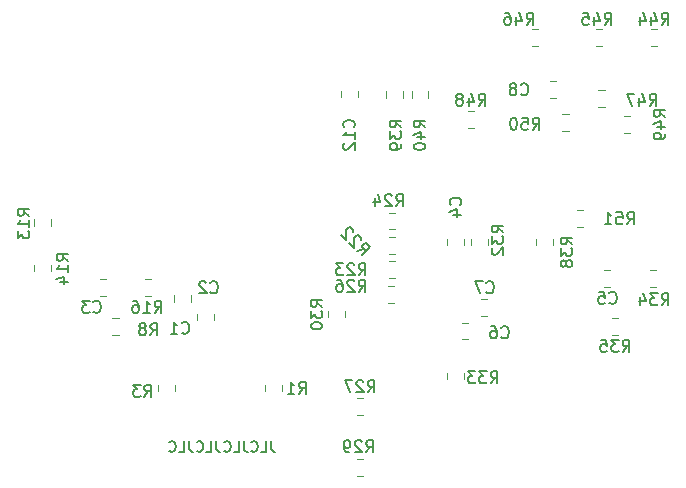
<source format=gbr>
G04 #@! TF.GenerationSoftware,KiCad,Pcbnew,5.1.2*
G04 #@! TF.CreationDate,2019-08-12T01:59:44+02:00*
G04 #@! TF.ProjectId,vco_mk1,76636f5f-6d6b-4312-9e6b-696361645f70,rev?*
G04 #@! TF.SameCoordinates,Original*
G04 #@! TF.FileFunction,Legend,Bot*
G04 #@! TF.FilePolarity,Positive*
%FSLAX46Y46*%
G04 Gerber Fmt 4.6, Leading zero omitted, Abs format (unit mm)*
G04 Created by KiCad (PCBNEW 5.1.2) date 2019-08-12 01:59:44*
%MOMM*%
%LPD*%
G04 APERTURE LIST*
%ADD10C,0.160000*%
%ADD11C,0.120000*%
%ADD12C,0.200000*%
G04 APERTURE END LIST*
D10*
X172051142Y-160797142D02*
X172051142Y-161440000D01*
X172094000Y-161568571D01*
X172179714Y-161654285D01*
X172308285Y-161697142D01*
X172394000Y-161697142D01*
X171194000Y-161697142D02*
X171622571Y-161697142D01*
X171622571Y-160797142D01*
X170379714Y-161611428D02*
X170422571Y-161654285D01*
X170551142Y-161697142D01*
X170636857Y-161697142D01*
X170765428Y-161654285D01*
X170851142Y-161568571D01*
X170894000Y-161482857D01*
X170936857Y-161311428D01*
X170936857Y-161182857D01*
X170894000Y-161011428D01*
X170851142Y-160925714D01*
X170765428Y-160840000D01*
X170636857Y-160797142D01*
X170551142Y-160797142D01*
X170422571Y-160840000D01*
X170379714Y-160882857D01*
X169736857Y-160797142D02*
X169736857Y-161440000D01*
X169779714Y-161568571D01*
X169865428Y-161654285D01*
X169994000Y-161697142D01*
X170079714Y-161697142D01*
X168879714Y-161697142D02*
X169308285Y-161697142D01*
X169308285Y-160797142D01*
X168065428Y-161611428D02*
X168108285Y-161654285D01*
X168236857Y-161697142D01*
X168322571Y-161697142D01*
X168451142Y-161654285D01*
X168536857Y-161568571D01*
X168579714Y-161482857D01*
X168622571Y-161311428D01*
X168622571Y-161182857D01*
X168579714Y-161011428D01*
X168536857Y-160925714D01*
X168451142Y-160840000D01*
X168322571Y-160797142D01*
X168236857Y-160797142D01*
X168108285Y-160840000D01*
X168065428Y-160882857D01*
X167422571Y-160797142D02*
X167422571Y-161440000D01*
X167465428Y-161568571D01*
X167551142Y-161654285D01*
X167679714Y-161697142D01*
X167765428Y-161697142D01*
X166565428Y-161697142D02*
X166994000Y-161697142D01*
X166994000Y-160797142D01*
X165751142Y-161611428D02*
X165794000Y-161654285D01*
X165922571Y-161697142D01*
X166008285Y-161697142D01*
X166136857Y-161654285D01*
X166222571Y-161568571D01*
X166265428Y-161482857D01*
X166308285Y-161311428D01*
X166308285Y-161182857D01*
X166265428Y-161011428D01*
X166222571Y-160925714D01*
X166136857Y-160840000D01*
X166008285Y-160797142D01*
X165922571Y-160797142D01*
X165794000Y-160840000D01*
X165751142Y-160882857D01*
X165108285Y-160797142D02*
X165108285Y-161440000D01*
X165151142Y-161568571D01*
X165236857Y-161654285D01*
X165365428Y-161697142D01*
X165451142Y-161697142D01*
X164251142Y-161697142D02*
X164679714Y-161697142D01*
X164679714Y-160797142D01*
X163436857Y-161611428D02*
X163479714Y-161654285D01*
X163608285Y-161697142D01*
X163694000Y-161697142D01*
X163822571Y-161654285D01*
X163908285Y-161568571D01*
X163951142Y-161482857D01*
X163994000Y-161311428D01*
X163994000Y-161182857D01*
X163951142Y-161011428D01*
X163908285Y-160925714D01*
X163822571Y-160840000D01*
X163694000Y-160797142D01*
X163608285Y-160797142D01*
X163479714Y-160840000D01*
X163436857Y-160882857D01*
D11*
X181958348Y-147651400D02*
X182480852Y-147651400D01*
X181958348Y-149071400D02*
X182480852Y-149071400D01*
X177979000Y-131697252D02*
X177979000Y-131174748D01*
X179399000Y-131697252D02*
X179399000Y-131174748D01*
X197913248Y-141212500D02*
X198435752Y-141212500D01*
X197913248Y-142632500D02*
X198435752Y-142632500D01*
X197238252Y-134568000D02*
X196715748Y-134568000D01*
X197238252Y-133148000D02*
X196715748Y-133148000D01*
X202445252Y-134695000D02*
X201922748Y-134695000D01*
X202445252Y-133275000D02*
X201922748Y-133275000D01*
X189246252Y-134314000D02*
X188723748Y-134314000D01*
X189246252Y-132894000D02*
X188723748Y-132894000D01*
X200286252Y-132536000D02*
X199763748Y-132536000D01*
X200286252Y-131116000D02*
X199763748Y-131116000D01*
X194166748Y-125909000D02*
X194689252Y-125909000D01*
X194166748Y-127329000D02*
X194689252Y-127329000D01*
X200041252Y-127329000D02*
X199518748Y-127329000D01*
X200041252Y-125909000D02*
X199518748Y-125909000D01*
X204199748Y-125909000D02*
X204722252Y-125909000D01*
X204199748Y-127329000D02*
X204722252Y-127329000D01*
X183209000Y-131192748D02*
X183209000Y-131715252D01*
X181789000Y-131192748D02*
X181789000Y-131715252D01*
X183948000Y-131715252D02*
X183948000Y-131192748D01*
X185368000Y-131715252D02*
X185368000Y-131192748D01*
X194489000Y-144215752D02*
X194489000Y-143693248D01*
X195909000Y-144215752D02*
X195909000Y-143693248D01*
X200915748Y-150420000D02*
X201438252Y-150420000D01*
X200915748Y-151840000D02*
X201438252Y-151840000D01*
X204136248Y-146356000D02*
X204658752Y-146356000D01*
X204136248Y-147776000D02*
X204658752Y-147776000D01*
X188390600Y-155034348D02*
X188390600Y-155556852D01*
X186970600Y-155034348D02*
X186970600Y-155556852D01*
X190397200Y-143655148D02*
X190397200Y-144177652D01*
X188977200Y-143655148D02*
X188977200Y-144177652D01*
X178306800Y-149801948D02*
X178306800Y-150324452D01*
X176886800Y-149801948D02*
X176886800Y-150324452D01*
X179300348Y-162307200D02*
X179822852Y-162307200D01*
X179300348Y-163727200D02*
X179822852Y-163727200D01*
X179839252Y-158596400D02*
X179316748Y-158596400D01*
X179839252Y-157176400D02*
X179316748Y-157176400D01*
X182009148Y-141453800D02*
X182531652Y-141453800D01*
X182009148Y-142873800D02*
X182531652Y-142873800D01*
X182531652Y-146988600D02*
X182009148Y-146988600D01*
X182531652Y-145568600D02*
X182009148Y-145568600D01*
X182009148Y-143536600D02*
X182531652Y-143536600D01*
X182009148Y-144956600D02*
X182531652Y-144956600D01*
X161877752Y-148538000D02*
X161355248Y-148538000D01*
X161877752Y-147118000D02*
X161355248Y-147118000D01*
X153427500Y-145852248D02*
X153427500Y-146374752D01*
X152007500Y-145852248D02*
X152007500Y-146374752D01*
X152007500Y-142555752D02*
X152007500Y-142033248D01*
X153427500Y-142555752D02*
X153427500Y-142033248D01*
X159138252Y-151840000D02*
X158615748Y-151840000D01*
X159138252Y-150420000D02*
X158615748Y-150420000D01*
X162459600Y-156572852D02*
X162459600Y-156050348D01*
X163879600Y-156572852D02*
X163879600Y-156050348D01*
X172972800Y-156041348D02*
X172972800Y-156563852D01*
X171552800Y-156041348D02*
X171552800Y-156563852D01*
X195690748Y-130354000D02*
X196213252Y-130354000D01*
X195690748Y-131774000D02*
X196213252Y-131774000D01*
X189806948Y-148794400D02*
X190329452Y-148794400D01*
X189806948Y-150214400D02*
X190329452Y-150214400D01*
X188754652Y-152195600D02*
X188232148Y-152195600D01*
X188754652Y-150775600D02*
X188232148Y-150775600D01*
X200739752Y-147776000D02*
X200217248Y-147776000D01*
X200739752Y-146356000D02*
X200217248Y-146356000D01*
X188390600Y-143655148D02*
X188390600Y-144177652D01*
X186970600Y-143655148D02*
X186970600Y-144177652D01*
X157590748Y-147118000D02*
X158113252Y-147118000D01*
X157590748Y-148538000D02*
X158113252Y-148538000D01*
X167207000Y-150034248D02*
X167207000Y-150556752D01*
X165787000Y-150034248D02*
X165787000Y-150556752D01*
X163818500Y-148987252D02*
X163818500Y-148464748D01*
X165238500Y-148987252D02*
X165238500Y-148464748D01*
D12*
X179458857Y-148153380D02*
X179792190Y-147677190D01*
X180030285Y-148153380D02*
X180030285Y-147153380D01*
X179649333Y-147153380D01*
X179554095Y-147201000D01*
X179506476Y-147248619D01*
X179458857Y-147343857D01*
X179458857Y-147486714D01*
X179506476Y-147581952D01*
X179554095Y-147629571D01*
X179649333Y-147677190D01*
X180030285Y-147677190D01*
X179077904Y-147248619D02*
X179030285Y-147201000D01*
X178935047Y-147153380D01*
X178696952Y-147153380D01*
X178601714Y-147201000D01*
X178554095Y-147248619D01*
X178506476Y-147343857D01*
X178506476Y-147439095D01*
X178554095Y-147581952D01*
X179125523Y-148153380D01*
X178506476Y-148153380D01*
X177649333Y-147153380D02*
X177839809Y-147153380D01*
X177935047Y-147201000D01*
X177982666Y-147248619D01*
X178077904Y-147391476D01*
X178125523Y-147581952D01*
X178125523Y-147962904D01*
X178077904Y-148058142D01*
X178030285Y-148105761D01*
X177935047Y-148153380D01*
X177744571Y-148153380D01*
X177649333Y-148105761D01*
X177601714Y-148058142D01*
X177554095Y-147962904D01*
X177554095Y-147724809D01*
X177601714Y-147629571D01*
X177649333Y-147581952D01*
X177744571Y-147534333D01*
X177935047Y-147534333D01*
X178030285Y-147581952D01*
X178077904Y-147629571D01*
X178125523Y-147724809D01*
X179046142Y-134231142D02*
X179093761Y-134183523D01*
X179141380Y-134040666D01*
X179141380Y-133945428D01*
X179093761Y-133802571D01*
X178998523Y-133707333D01*
X178903285Y-133659714D01*
X178712809Y-133612095D01*
X178569952Y-133612095D01*
X178379476Y-133659714D01*
X178284238Y-133707333D01*
X178189000Y-133802571D01*
X178141380Y-133945428D01*
X178141380Y-134040666D01*
X178189000Y-134183523D01*
X178236619Y-134231142D01*
X179141380Y-135183523D02*
X179141380Y-134612095D01*
X179141380Y-134897809D02*
X178141380Y-134897809D01*
X178284238Y-134802571D01*
X178379476Y-134707333D01*
X178427095Y-134612095D01*
X178236619Y-135564476D02*
X178189000Y-135612095D01*
X178141380Y-135707333D01*
X178141380Y-135945428D01*
X178189000Y-136040666D01*
X178236619Y-136088285D01*
X178331857Y-136135904D01*
X178427095Y-136135904D01*
X178569952Y-136088285D01*
X179141380Y-135516857D01*
X179141380Y-136135904D01*
X202191857Y-142438380D02*
X202525190Y-141962190D01*
X202763285Y-142438380D02*
X202763285Y-141438380D01*
X202382333Y-141438380D01*
X202287095Y-141486000D01*
X202239476Y-141533619D01*
X202191857Y-141628857D01*
X202191857Y-141771714D01*
X202239476Y-141866952D01*
X202287095Y-141914571D01*
X202382333Y-141962190D01*
X202763285Y-141962190D01*
X201287095Y-141438380D02*
X201763285Y-141438380D01*
X201810904Y-141914571D01*
X201763285Y-141866952D01*
X201668047Y-141819333D01*
X201429952Y-141819333D01*
X201334714Y-141866952D01*
X201287095Y-141914571D01*
X201239476Y-142009809D01*
X201239476Y-142247904D01*
X201287095Y-142343142D01*
X201334714Y-142390761D01*
X201429952Y-142438380D01*
X201668047Y-142438380D01*
X201763285Y-142390761D01*
X201810904Y-142343142D01*
X200287095Y-142438380D02*
X200858523Y-142438380D01*
X200572809Y-142438380D02*
X200572809Y-141438380D01*
X200668047Y-141581238D01*
X200763285Y-141676476D01*
X200858523Y-141724095D01*
X194190857Y-134437380D02*
X194524190Y-133961190D01*
X194762285Y-134437380D02*
X194762285Y-133437380D01*
X194381333Y-133437380D01*
X194286095Y-133485000D01*
X194238476Y-133532619D01*
X194190857Y-133627857D01*
X194190857Y-133770714D01*
X194238476Y-133865952D01*
X194286095Y-133913571D01*
X194381333Y-133961190D01*
X194762285Y-133961190D01*
X193286095Y-133437380D02*
X193762285Y-133437380D01*
X193809904Y-133913571D01*
X193762285Y-133865952D01*
X193667047Y-133818333D01*
X193428952Y-133818333D01*
X193333714Y-133865952D01*
X193286095Y-133913571D01*
X193238476Y-134008809D01*
X193238476Y-134246904D01*
X193286095Y-134342142D01*
X193333714Y-134389761D01*
X193428952Y-134437380D01*
X193667047Y-134437380D01*
X193762285Y-134389761D01*
X193809904Y-134342142D01*
X192619428Y-133437380D02*
X192524190Y-133437380D01*
X192428952Y-133485000D01*
X192381333Y-133532619D01*
X192333714Y-133627857D01*
X192286095Y-133818333D01*
X192286095Y-134056428D01*
X192333714Y-134246904D01*
X192381333Y-134342142D01*
X192428952Y-134389761D01*
X192524190Y-134437380D01*
X192619428Y-134437380D01*
X192714666Y-134389761D01*
X192762285Y-134342142D01*
X192809904Y-134246904D01*
X192857523Y-134056428D01*
X192857523Y-133818333D01*
X192809904Y-133627857D01*
X192762285Y-133532619D01*
X192714666Y-133485000D01*
X192619428Y-133437380D01*
X205430380Y-133342142D02*
X204954190Y-133008809D01*
X205430380Y-132770714D02*
X204430380Y-132770714D01*
X204430380Y-133151666D01*
X204478000Y-133246904D01*
X204525619Y-133294523D01*
X204620857Y-133342142D01*
X204763714Y-133342142D01*
X204858952Y-133294523D01*
X204906571Y-133246904D01*
X204954190Y-133151666D01*
X204954190Y-132770714D01*
X204763714Y-134199285D02*
X205430380Y-134199285D01*
X204382761Y-133961190D02*
X205097047Y-133723095D01*
X205097047Y-134342142D01*
X205430380Y-134770714D02*
X205430380Y-134961190D01*
X205382761Y-135056428D01*
X205335142Y-135104047D01*
X205192285Y-135199285D01*
X205001809Y-135246904D01*
X204620857Y-135246904D01*
X204525619Y-135199285D01*
X204478000Y-135151666D01*
X204430380Y-135056428D01*
X204430380Y-134865952D01*
X204478000Y-134770714D01*
X204525619Y-134723095D01*
X204620857Y-134675476D01*
X204858952Y-134675476D01*
X204954190Y-134723095D01*
X205001809Y-134770714D01*
X205049428Y-134865952D01*
X205049428Y-135056428D01*
X205001809Y-135151666D01*
X204954190Y-135199285D01*
X204858952Y-135246904D01*
X189627857Y-132406380D02*
X189961190Y-131930190D01*
X190199285Y-132406380D02*
X190199285Y-131406380D01*
X189818333Y-131406380D01*
X189723095Y-131454000D01*
X189675476Y-131501619D01*
X189627857Y-131596857D01*
X189627857Y-131739714D01*
X189675476Y-131834952D01*
X189723095Y-131882571D01*
X189818333Y-131930190D01*
X190199285Y-131930190D01*
X188770714Y-131739714D02*
X188770714Y-132406380D01*
X189008809Y-131358761D02*
X189246904Y-132073047D01*
X188627857Y-132073047D01*
X188104047Y-131834952D02*
X188199285Y-131787333D01*
X188246904Y-131739714D01*
X188294523Y-131644476D01*
X188294523Y-131596857D01*
X188246904Y-131501619D01*
X188199285Y-131454000D01*
X188104047Y-131406380D01*
X187913571Y-131406380D01*
X187818333Y-131454000D01*
X187770714Y-131501619D01*
X187723095Y-131596857D01*
X187723095Y-131644476D01*
X187770714Y-131739714D01*
X187818333Y-131787333D01*
X187913571Y-131834952D01*
X188104047Y-131834952D01*
X188199285Y-131882571D01*
X188246904Y-131930190D01*
X188294523Y-132025428D01*
X188294523Y-132215904D01*
X188246904Y-132311142D01*
X188199285Y-132358761D01*
X188104047Y-132406380D01*
X187913571Y-132406380D01*
X187818333Y-132358761D01*
X187770714Y-132311142D01*
X187723095Y-132215904D01*
X187723095Y-132025428D01*
X187770714Y-131930190D01*
X187818333Y-131882571D01*
X187913571Y-131834952D01*
X204096857Y-132405380D02*
X204430190Y-131929190D01*
X204668285Y-132405380D02*
X204668285Y-131405380D01*
X204287333Y-131405380D01*
X204192095Y-131453000D01*
X204144476Y-131500619D01*
X204096857Y-131595857D01*
X204096857Y-131738714D01*
X204144476Y-131833952D01*
X204192095Y-131881571D01*
X204287333Y-131929190D01*
X204668285Y-131929190D01*
X203239714Y-131738714D02*
X203239714Y-132405380D01*
X203477809Y-131357761D02*
X203715904Y-132072047D01*
X203096857Y-132072047D01*
X202811142Y-131405380D02*
X202144476Y-131405380D01*
X202573047Y-132405380D01*
X193682857Y-125547380D02*
X194016190Y-125071190D01*
X194254285Y-125547380D02*
X194254285Y-124547380D01*
X193873333Y-124547380D01*
X193778095Y-124595000D01*
X193730476Y-124642619D01*
X193682857Y-124737857D01*
X193682857Y-124880714D01*
X193730476Y-124975952D01*
X193778095Y-125023571D01*
X193873333Y-125071190D01*
X194254285Y-125071190D01*
X192825714Y-124880714D02*
X192825714Y-125547380D01*
X193063809Y-124499761D02*
X193301904Y-125214047D01*
X192682857Y-125214047D01*
X191873333Y-124547380D02*
X192063809Y-124547380D01*
X192159047Y-124595000D01*
X192206666Y-124642619D01*
X192301904Y-124785476D01*
X192349523Y-124975952D01*
X192349523Y-125356904D01*
X192301904Y-125452142D01*
X192254285Y-125499761D01*
X192159047Y-125547380D01*
X191968571Y-125547380D01*
X191873333Y-125499761D01*
X191825714Y-125452142D01*
X191778095Y-125356904D01*
X191778095Y-125118809D01*
X191825714Y-125023571D01*
X191873333Y-124975952D01*
X191968571Y-124928333D01*
X192159047Y-124928333D01*
X192254285Y-124975952D01*
X192301904Y-125023571D01*
X192349523Y-125118809D01*
X200286857Y-125547380D02*
X200620190Y-125071190D01*
X200858285Y-125547380D02*
X200858285Y-124547380D01*
X200477333Y-124547380D01*
X200382095Y-124595000D01*
X200334476Y-124642619D01*
X200286857Y-124737857D01*
X200286857Y-124880714D01*
X200334476Y-124975952D01*
X200382095Y-125023571D01*
X200477333Y-125071190D01*
X200858285Y-125071190D01*
X199429714Y-124880714D02*
X199429714Y-125547380D01*
X199667809Y-124499761D02*
X199905904Y-125214047D01*
X199286857Y-125214047D01*
X198429714Y-124547380D02*
X198905904Y-124547380D01*
X198953523Y-125023571D01*
X198905904Y-124975952D01*
X198810666Y-124928333D01*
X198572571Y-124928333D01*
X198477333Y-124975952D01*
X198429714Y-125023571D01*
X198382095Y-125118809D01*
X198382095Y-125356904D01*
X198429714Y-125452142D01*
X198477333Y-125499761D01*
X198572571Y-125547380D01*
X198810666Y-125547380D01*
X198905904Y-125499761D01*
X198953523Y-125452142D01*
X205112857Y-125547380D02*
X205446190Y-125071190D01*
X205684285Y-125547380D02*
X205684285Y-124547380D01*
X205303333Y-124547380D01*
X205208095Y-124595000D01*
X205160476Y-124642619D01*
X205112857Y-124737857D01*
X205112857Y-124880714D01*
X205160476Y-124975952D01*
X205208095Y-125023571D01*
X205303333Y-125071190D01*
X205684285Y-125071190D01*
X204255714Y-124880714D02*
X204255714Y-125547380D01*
X204493809Y-124499761D02*
X204731904Y-125214047D01*
X204112857Y-125214047D01*
X203303333Y-124880714D02*
X203303333Y-125547380D01*
X203541428Y-124499761D02*
X203779523Y-125214047D01*
X203160476Y-125214047D01*
X185110380Y-134231142D02*
X184634190Y-133897809D01*
X185110380Y-133659714D02*
X184110380Y-133659714D01*
X184110380Y-134040666D01*
X184158000Y-134135904D01*
X184205619Y-134183523D01*
X184300857Y-134231142D01*
X184443714Y-134231142D01*
X184538952Y-134183523D01*
X184586571Y-134135904D01*
X184634190Y-134040666D01*
X184634190Y-133659714D01*
X184443714Y-135088285D02*
X185110380Y-135088285D01*
X184062761Y-134850190D02*
X184777047Y-134612095D01*
X184777047Y-135231142D01*
X184110380Y-135802571D02*
X184110380Y-135897809D01*
X184158000Y-135993047D01*
X184205619Y-136040666D01*
X184300857Y-136088285D01*
X184491333Y-136135904D01*
X184729428Y-136135904D01*
X184919904Y-136088285D01*
X185015142Y-136040666D01*
X185062761Y-135993047D01*
X185110380Y-135897809D01*
X185110380Y-135802571D01*
X185062761Y-135707333D01*
X185015142Y-135659714D01*
X184919904Y-135612095D01*
X184729428Y-135564476D01*
X184491333Y-135564476D01*
X184300857Y-135612095D01*
X184205619Y-135659714D01*
X184158000Y-135707333D01*
X184110380Y-135802571D01*
X183078380Y-134231142D02*
X182602190Y-133897809D01*
X183078380Y-133659714D02*
X182078380Y-133659714D01*
X182078380Y-134040666D01*
X182126000Y-134135904D01*
X182173619Y-134183523D01*
X182268857Y-134231142D01*
X182411714Y-134231142D01*
X182506952Y-134183523D01*
X182554571Y-134135904D01*
X182602190Y-134040666D01*
X182602190Y-133659714D01*
X182078380Y-134564476D02*
X182078380Y-135183523D01*
X182459333Y-134850190D01*
X182459333Y-134993047D01*
X182506952Y-135088285D01*
X182554571Y-135135904D01*
X182649809Y-135183523D01*
X182887904Y-135183523D01*
X182983142Y-135135904D01*
X183030761Y-135088285D01*
X183078380Y-134993047D01*
X183078380Y-134707333D01*
X183030761Y-134612095D01*
X182983142Y-134564476D01*
X183078380Y-135659714D02*
X183078380Y-135850190D01*
X183030761Y-135945428D01*
X182983142Y-135993047D01*
X182840285Y-136088285D01*
X182649809Y-136135904D01*
X182268857Y-136135904D01*
X182173619Y-136088285D01*
X182126000Y-136040666D01*
X182078380Y-135945428D01*
X182078380Y-135754952D01*
X182126000Y-135659714D01*
X182173619Y-135612095D01*
X182268857Y-135564476D01*
X182506952Y-135564476D01*
X182602190Y-135612095D01*
X182649809Y-135659714D01*
X182697428Y-135754952D01*
X182697428Y-135945428D01*
X182649809Y-136040666D01*
X182602190Y-136088285D01*
X182506952Y-136135904D01*
X197556380Y-144137142D02*
X197080190Y-143803809D01*
X197556380Y-143565714D02*
X196556380Y-143565714D01*
X196556380Y-143946666D01*
X196604000Y-144041904D01*
X196651619Y-144089523D01*
X196746857Y-144137142D01*
X196889714Y-144137142D01*
X196984952Y-144089523D01*
X197032571Y-144041904D01*
X197080190Y-143946666D01*
X197080190Y-143565714D01*
X196556380Y-144470476D02*
X196556380Y-145089523D01*
X196937333Y-144756190D01*
X196937333Y-144899047D01*
X196984952Y-144994285D01*
X197032571Y-145041904D01*
X197127809Y-145089523D01*
X197365904Y-145089523D01*
X197461142Y-145041904D01*
X197508761Y-144994285D01*
X197556380Y-144899047D01*
X197556380Y-144613333D01*
X197508761Y-144518095D01*
X197461142Y-144470476D01*
X196984952Y-145660952D02*
X196937333Y-145565714D01*
X196889714Y-145518095D01*
X196794476Y-145470476D01*
X196746857Y-145470476D01*
X196651619Y-145518095D01*
X196604000Y-145565714D01*
X196556380Y-145660952D01*
X196556380Y-145851428D01*
X196604000Y-145946666D01*
X196651619Y-145994285D01*
X196746857Y-146041904D01*
X196794476Y-146041904D01*
X196889714Y-145994285D01*
X196937333Y-145946666D01*
X196984952Y-145851428D01*
X196984952Y-145660952D01*
X197032571Y-145565714D01*
X197080190Y-145518095D01*
X197175428Y-145470476D01*
X197365904Y-145470476D01*
X197461142Y-145518095D01*
X197508761Y-145565714D01*
X197556380Y-145660952D01*
X197556380Y-145851428D01*
X197508761Y-145946666D01*
X197461142Y-145994285D01*
X197365904Y-146041904D01*
X197175428Y-146041904D01*
X197080190Y-145994285D01*
X197032571Y-145946666D01*
X196984952Y-145851428D01*
X201819857Y-153232380D02*
X202153190Y-152756190D01*
X202391285Y-153232380D02*
X202391285Y-152232380D01*
X202010333Y-152232380D01*
X201915095Y-152280000D01*
X201867476Y-152327619D01*
X201819857Y-152422857D01*
X201819857Y-152565714D01*
X201867476Y-152660952D01*
X201915095Y-152708571D01*
X202010333Y-152756190D01*
X202391285Y-152756190D01*
X201486523Y-152232380D02*
X200867476Y-152232380D01*
X201200809Y-152613333D01*
X201057952Y-152613333D01*
X200962714Y-152660952D01*
X200915095Y-152708571D01*
X200867476Y-152803809D01*
X200867476Y-153041904D01*
X200915095Y-153137142D01*
X200962714Y-153184761D01*
X201057952Y-153232380D01*
X201343666Y-153232380D01*
X201438904Y-153184761D01*
X201486523Y-153137142D01*
X199962714Y-152232380D02*
X200438904Y-152232380D01*
X200486523Y-152708571D01*
X200438904Y-152660952D01*
X200343666Y-152613333D01*
X200105571Y-152613333D01*
X200010333Y-152660952D01*
X199962714Y-152708571D01*
X199915095Y-152803809D01*
X199915095Y-153041904D01*
X199962714Y-153137142D01*
X200010333Y-153184761D01*
X200105571Y-153232380D01*
X200343666Y-153232380D01*
X200438904Y-153184761D01*
X200486523Y-153137142D01*
X205112857Y-149296380D02*
X205446190Y-148820190D01*
X205684285Y-149296380D02*
X205684285Y-148296380D01*
X205303333Y-148296380D01*
X205208095Y-148344000D01*
X205160476Y-148391619D01*
X205112857Y-148486857D01*
X205112857Y-148629714D01*
X205160476Y-148724952D01*
X205208095Y-148772571D01*
X205303333Y-148820190D01*
X205684285Y-148820190D01*
X204779523Y-148296380D02*
X204160476Y-148296380D01*
X204493809Y-148677333D01*
X204350952Y-148677333D01*
X204255714Y-148724952D01*
X204208095Y-148772571D01*
X204160476Y-148867809D01*
X204160476Y-149105904D01*
X204208095Y-149201142D01*
X204255714Y-149248761D01*
X204350952Y-149296380D01*
X204636666Y-149296380D01*
X204731904Y-149248761D01*
X204779523Y-149201142D01*
X203303333Y-148629714D02*
X203303333Y-149296380D01*
X203541428Y-148248761D02*
X203779523Y-148963047D01*
X203160476Y-148963047D01*
X190634857Y-155900380D02*
X190968190Y-155424190D01*
X191206285Y-155900380D02*
X191206285Y-154900380D01*
X190825333Y-154900380D01*
X190730095Y-154948000D01*
X190682476Y-154995619D01*
X190634857Y-155090857D01*
X190634857Y-155233714D01*
X190682476Y-155328952D01*
X190730095Y-155376571D01*
X190825333Y-155424190D01*
X191206285Y-155424190D01*
X190301523Y-154900380D02*
X189682476Y-154900380D01*
X190015809Y-155281333D01*
X189872952Y-155281333D01*
X189777714Y-155328952D01*
X189730095Y-155376571D01*
X189682476Y-155471809D01*
X189682476Y-155709904D01*
X189730095Y-155805142D01*
X189777714Y-155852761D01*
X189872952Y-155900380D01*
X190158666Y-155900380D01*
X190253904Y-155852761D01*
X190301523Y-155805142D01*
X189349142Y-154900380D02*
X188730095Y-154900380D01*
X189063428Y-155281333D01*
X188920571Y-155281333D01*
X188825333Y-155328952D01*
X188777714Y-155376571D01*
X188730095Y-155471809D01*
X188730095Y-155709904D01*
X188777714Y-155805142D01*
X188825333Y-155852761D01*
X188920571Y-155900380D01*
X189206285Y-155900380D01*
X189301523Y-155852761D01*
X189349142Y-155805142D01*
X191714380Y-143121142D02*
X191238190Y-142787809D01*
X191714380Y-142549714D02*
X190714380Y-142549714D01*
X190714380Y-142930666D01*
X190762000Y-143025904D01*
X190809619Y-143073523D01*
X190904857Y-143121142D01*
X191047714Y-143121142D01*
X191142952Y-143073523D01*
X191190571Y-143025904D01*
X191238190Y-142930666D01*
X191238190Y-142549714D01*
X190714380Y-143454476D02*
X190714380Y-144073523D01*
X191095333Y-143740190D01*
X191095333Y-143883047D01*
X191142952Y-143978285D01*
X191190571Y-144025904D01*
X191285809Y-144073523D01*
X191523904Y-144073523D01*
X191619142Y-144025904D01*
X191666761Y-143978285D01*
X191714380Y-143883047D01*
X191714380Y-143597333D01*
X191666761Y-143502095D01*
X191619142Y-143454476D01*
X190809619Y-144454476D02*
X190762000Y-144502095D01*
X190714380Y-144597333D01*
X190714380Y-144835428D01*
X190762000Y-144930666D01*
X190809619Y-144978285D01*
X190904857Y-145025904D01*
X191000095Y-145025904D01*
X191142952Y-144978285D01*
X191714380Y-144406857D01*
X191714380Y-145025904D01*
X176399180Y-149420342D02*
X175922990Y-149087009D01*
X176399180Y-148848914D02*
X175399180Y-148848914D01*
X175399180Y-149229866D01*
X175446800Y-149325104D01*
X175494419Y-149372723D01*
X175589657Y-149420342D01*
X175732514Y-149420342D01*
X175827752Y-149372723D01*
X175875371Y-149325104D01*
X175922990Y-149229866D01*
X175922990Y-148848914D01*
X175399180Y-149753676D02*
X175399180Y-150372723D01*
X175780133Y-150039390D01*
X175780133Y-150182247D01*
X175827752Y-150277485D01*
X175875371Y-150325104D01*
X175970609Y-150372723D01*
X176208704Y-150372723D01*
X176303942Y-150325104D01*
X176351561Y-150277485D01*
X176399180Y-150182247D01*
X176399180Y-149896533D01*
X176351561Y-149801295D01*
X176303942Y-149753676D01*
X175399180Y-150991771D02*
X175399180Y-151087009D01*
X175446800Y-151182247D01*
X175494419Y-151229866D01*
X175589657Y-151277485D01*
X175780133Y-151325104D01*
X176018228Y-151325104D01*
X176208704Y-151277485D01*
X176303942Y-151229866D01*
X176351561Y-151182247D01*
X176399180Y-151087009D01*
X176399180Y-150991771D01*
X176351561Y-150896533D01*
X176303942Y-150848914D01*
X176208704Y-150801295D01*
X176018228Y-150753676D01*
X175780133Y-150753676D01*
X175589657Y-150801295D01*
X175494419Y-150848914D01*
X175446800Y-150896533D01*
X175399180Y-150991771D01*
X180093857Y-161742380D02*
X180427190Y-161266190D01*
X180665285Y-161742380D02*
X180665285Y-160742380D01*
X180284333Y-160742380D01*
X180189095Y-160790000D01*
X180141476Y-160837619D01*
X180093857Y-160932857D01*
X180093857Y-161075714D01*
X180141476Y-161170952D01*
X180189095Y-161218571D01*
X180284333Y-161266190D01*
X180665285Y-161266190D01*
X179712904Y-160837619D02*
X179665285Y-160790000D01*
X179570047Y-160742380D01*
X179331952Y-160742380D01*
X179236714Y-160790000D01*
X179189095Y-160837619D01*
X179141476Y-160932857D01*
X179141476Y-161028095D01*
X179189095Y-161170952D01*
X179760523Y-161742380D01*
X179141476Y-161742380D01*
X178665285Y-161742380D02*
X178474809Y-161742380D01*
X178379571Y-161694761D01*
X178331952Y-161647142D01*
X178236714Y-161504285D01*
X178189095Y-161313809D01*
X178189095Y-160932857D01*
X178236714Y-160837619D01*
X178284333Y-160790000D01*
X178379571Y-160742380D01*
X178570047Y-160742380D01*
X178665285Y-160790000D01*
X178712904Y-160837619D01*
X178760523Y-160932857D01*
X178760523Y-161170952D01*
X178712904Y-161266190D01*
X178665285Y-161313809D01*
X178570047Y-161361428D01*
X178379571Y-161361428D01*
X178284333Y-161313809D01*
X178236714Y-161266190D01*
X178189095Y-161170952D01*
X180220857Y-156662380D02*
X180554190Y-156186190D01*
X180792285Y-156662380D02*
X180792285Y-155662380D01*
X180411333Y-155662380D01*
X180316095Y-155710000D01*
X180268476Y-155757619D01*
X180220857Y-155852857D01*
X180220857Y-155995714D01*
X180268476Y-156090952D01*
X180316095Y-156138571D01*
X180411333Y-156186190D01*
X180792285Y-156186190D01*
X179839904Y-155757619D02*
X179792285Y-155710000D01*
X179697047Y-155662380D01*
X179458952Y-155662380D01*
X179363714Y-155710000D01*
X179316095Y-155757619D01*
X179268476Y-155852857D01*
X179268476Y-155948095D01*
X179316095Y-156090952D01*
X179887523Y-156662380D01*
X179268476Y-156662380D01*
X178935142Y-155662380D02*
X178268476Y-155662380D01*
X178697047Y-156662380D01*
X182633857Y-140914380D02*
X182967190Y-140438190D01*
X183205285Y-140914380D02*
X183205285Y-139914380D01*
X182824333Y-139914380D01*
X182729095Y-139962000D01*
X182681476Y-140009619D01*
X182633857Y-140104857D01*
X182633857Y-140247714D01*
X182681476Y-140342952D01*
X182729095Y-140390571D01*
X182824333Y-140438190D01*
X183205285Y-140438190D01*
X182252904Y-140009619D02*
X182205285Y-139962000D01*
X182110047Y-139914380D01*
X181871952Y-139914380D01*
X181776714Y-139962000D01*
X181729095Y-140009619D01*
X181681476Y-140104857D01*
X181681476Y-140200095D01*
X181729095Y-140342952D01*
X182300523Y-140914380D01*
X181681476Y-140914380D01*
X180824333Y-140247714D02*
X180824333Y-140914380D01*
X181062428Y-139866761D02*
X181300523Y-140581047D01*
X180681476Y-140581047D01*
X179458857Y-146756380D02*
X179792190Y-146280190D01*
X180030285Y-146756380D02*
X180030285Y-145756380D01*
X179649333Y-145756380D01*
X179554095Y-145804000D01*
X179506476Y-145851619D01*
X179458857Y-145946857D01*
X179458857Y-146089714D01*
X179506476Y-146184952D01*
X179554095Y-146232571D01*
X179649333Y-146280190D01*
X180030285Y-146280190D01*
X179077904Y-145851619D02*
X179030285Y-145804000D01*
X178935047Y-145756380D01*
X178696952Y-145756380D01*
X178601714Y-145804000D01*
X178554095Y-145851619D01*
X178506476Y-145946857D01*
X178506476Y-146042095D01*
X178554095Y-146184952D01*
X179125523Y-146756380D01*
X178506476Y-146756380D01*
X178173142Y-145756380D02*
X177554095Y-145756380D01*
X177887428Y-146137333D01*
X177744571Y-146137333D01*
X177649333Y-146184952D01*
X177601714Y-146232571D01*
X177554095Y-146327809D01*
X177554095Y-146565904D01*
X177601714Y-146661142D01*
X177649333Y-146708761D01*
X177744571Y-146756380D01*
X178030285Y-146756380D01*
X178125523Y-146708761D01*
X178173142Y-146661142D01*
X179331687Y-144665450D02*
X179904106Y-144564435D01*
X179735748Y-145069511D02*
X180442854Y-144362404D01*
X180173480Y-144093030D01*
X180072465Y-144059358D01*
X180005122Y-144059358D01*
X179904106Y-144093030D01*
X179803091Y-144194045D01*
X179769419Y-144295061D01*
X179769419Y-144362404D01*
X179803091Y-144463419D01*
X180072465Y-144732793D01*
X179702076Y-143756312D02*
X179702076Y-143688969D01*
X179668404Y-143587954D01*
X179500045Y-143419595D01*
X179399030Y-143385923D01*
X179331687Y-143385923D01*
X179230671Y-143419595D01*
X179163328Y-143486938D01*
X179095984Y-143621625D01*
X179095984Y-144429748D01*
X178658251Y-143992015D01*
X179028641Y-143082877D02*
X179028641Y-143015534D01*
X178994969Y-142914519D01*
X178826610Y-142746160D01*
X178725595Y-142712488D01*
X178658251Y-142712488D01*
X178557236Y-142746160D01*
X178489893Y-142813503D01*
X178422549Y-142948190D01*
X178422549Y-143756312D01*
X177984816Y-143318580D01*
X162186857Y-149931380D02*
X162520190Y-149455190D01*
X162758285Y-149931380D02*
X162758285Y-148931380D01*
X162377333Y-148931380D01*
X162282095Y-148979000D01*
X162234476Y-149026619D01*
X162186857Y-149121857D01*
X162186857Y-149264714D01*
X162234476Y-149359952D01*
X162282095Y-149407571D01*
X162377333Y-149455190D01*
X162758285Y-149455190D01*
X161234476Y-149931380D02*
X161805904Y-149931380D01*
X161520190Y-149931380D02*
X161520190Y-148931380D01*
X161615428Y-149074238D01*
X161710666Y-149169476D01*
X161805904Y-149217095D01*
X160377333Y-148931380D02*
X160567809Y-148931380D01*
X160663047Y-148979000D01*
X160710666Y-149026619D01*
X160805904Y-149169476D01*
X160853523Y-149359952D01*
X160853523Y-149740904D01*
X160805904Y-149836142D01*
X160758285Y-149883761D01*
X160663047Y-149931380D01*
X160472571Y-149931380D01*
X160377333Y-149883761D01*
X160329714Y-149836142D01*
X160282095Y-149740904D01*
X160282095Y-149502809D01*
X160329714Y-149407571D01*
X160377333Y-149359952D01*
X160472571Y-149312333D01*
X160663047Y-149312333D01*
X160758285Y-149359952D01*
X160805904Y-149407571D01*
X160853523Y-149502809D01*
X154884380Y-145534142D02*
X154408190Y-145200809D01*
X154884380Y-144962714D02*
X153884380Y-144962714D01*
X153884380Y-145343666D01*
X153932000Y-145438904D01*
X153979619Y-145486523D01*
X154074857Y-145534142D01*
X154217714Y-145534142D01*
X154312952Y-145486523D01*
X154360571Y-145438904D01*
X154408190Y-145343666D01*
X154408190Y-144962714D01*
X154884380Y-146486523D02*
X154884380Y-145915095D01*
X154884380Y-146200809D02*
X153884380Y-146200809D01*
X154027238Y-146105571D01*
X154122476Y-146010333D01*
X154170095Y-145915095D01*
X154217714Y-147343666D02*
X154884380Y-147343666D01*
X153836761Y-147105571D02*
X154551047Y-146867476D01*
X154551047Y-147486523D01*
X151582380Y-141724142D02*
X151106190Y-141390809D01*
X151582380Y-141152714D02*
X150582380Y-141152714D01*
X150582380Y-141533666D01*
X150630000Y-141628904D01*
X150677619Y-141676523D01*
X150772857Y-141724142D01*
X150915714Y-141724142D01*
X151010952Y-141676523D01*
X151058571Y-141628904D01*
X151106190Y-141533666D01*
X151106190Y-141152714D01*
X151582380Y-142676523D02*
X151582380Y-142105095D01*
X151582380Y-142390809D02*
X150582380Y-142390809D01*
X150725238Y-142295571D01*
X150820476Y-142200333D01*
X150868095Y-142105095D01*
X150582380Y-143009857D02*
X150582380Y-143628904D01*
X150963333Y-143295571D01*
X150963333Y-143438428D01*
X151010952Y-143533666D01*
X151058571Y-143581285D01*
X151153809Y-143628904D01*
X151391904Y-143628904D01*
X151487142Y-143581285D01*
X151534761Y-143533666D01*
X151582380Y-143438428D01*
X151582380Y-143152714D01*
X151534761Y-143057476D01*
X151487142Y-143009857D01*
X161837666Y-151836380D02*
X162171000Y-151360190D01*
X162409095Y-151836380D02*
X162409095Y-150836380D01*
X162028142Y-150836380D01*
X161932904Y-150884000D01*
X161885285Y-150931619D01*
X161837666Y-151026857D01*
X161837666Y-151169714D01*
X161885285Y-151264952D01*
X161932904Y-151312571D01*
X162028142Y-151360190D01*
X162409095Y-151360190D01*
X161266238Y-151264952D02*
X161361476Y-151217333D01*
X161409095Y-151169714D01*
X161456714Y-151074476D01*
X161456714Y-151026857D01*
X161409095Y-150931619D01*
X161361476Y-150884000D01*
X161266238Y-150836380D01*
X161075761Y-150836380D01*
X160980523Y-150884000D01*
X160932904Y-150931619D01*
X160885285Y-151026857D01*
X160885285Y-151074476D01*
X160932904Y-151169714D01*
X160980523Y-151217333D01*
X161075761Y-151264952D01*
X161266238Y-151264952D01*
X161361476Y-151312571D01*
X161409095Y-151360190D01*
X161456714Y-151455428D01*
X161456714Y-151645904D01*
X161409095Y-151741142D01*
X161361476Y-151788761D01*
X161266238Y-151836380D01*
X161075761Y-151836380D01*
X160980523Y-151788761D01*
X160932904Y-151741142D01*
X160885285Y-151645904D01*
X160885285Y-151455428D01*
X160932904Y-151360190D01*
X160980523Y-151312571D01*
X161075761Y-151264952D01*
X161329666Y-157043380D02*
X161663000Y-156567190D01*
X161901095Y-157043380D02*
X161901095Y-156043380D01*
X161520142Y-156043380D01*
X161424904Y-156091000D01*
X161377285Y-156138619D01*
X161329666Y-156233857D01*
X161329666Y-156376714D01*
X161377285Y-156471952D01*
X161424904Y-156519571D01*
X161520142Y-156567190D01*
X161901095Y-156567190D01*
X160996333Y-156043380D02*
X160377285Y-156043380D01*
X160710619Y-156424333D01*
X160567761Y-156424333D01*
X160472523Y-156471952D01*
X160424904Y-156519571D01*
X160377285Y-156614809D01*
X160377285Y-156852904D01*
X160424904Y-156948142D01*
X160472523Y-156995761D01*
X160567761Y-157043380D01*
X160853476Y-157043380D01*
X160948714Y-156995761D01*
X160996333Y-156948142D01*
X174410666Y-156789380D02*
X174744000Y-156313190D01*
X174982095Y-156789380D02*
X174982095Y-155789380D01*
X174601142Y-155789380D01*
X174505904Y-155837000D01*
X174458285Y-155884619D01*
X174410666Y-155979857D01*
X174410666Y-156122714D01*
X174458285Y-156217952D01*
X174505904Y-156265571D01*
X174601142Y-156313190D01*
X174982095Y-156313190D01*
X173458285Y-156789380D02*
X174029714Y-156789380D01*
X173744000Y-156789380D02*
X173744000Y-155789380D01*
X173839238Y-155932238D01*
X173934476Y-156027476D01*
X174029714Y-156075095D01*
X193206666Y-131421142D02*
X193254285Y-131468761D01*
X193397142Y-131516380D01*
X193492380Y-131516380D01*
X193635238Y-131468761D01*
X193730476Y-131373523D01*
X193778095Y-131278285D01*
X193825714Y-131087809D01*
X193825714Y-130944952D01*
X193778095Y-130754476D01*
X193730476Y-130659238D01*
X193635238Y-130564000D01*
X193492380Y-130516380D01*
X193397142Y-130516380D01*
X193254285Y-130564000D01*
X193206666Y-130611619D01*
X192635238Y-130944952D02*
X192730476Y-130897333D01*
X192778095Y-130849714D01*
X192825714Y-130754476D01*
X192825714Y-130706857D01*
X192778095Y-130611619D01*
X192730476Y-130564000D01*
X192635238Y-130516380D01*
X192444761Y-130516380D01*
X192349523Y-130564000D01*
X192301904Y-130611619D01*
X192254285Y-130706857D01*
X192254285Y-130754476D01*
X192301904Y-130849714D01*
X192349523Y-130897333D01*
X192444761Y-130944952D01*
X192635238Y-130944952D01*
X192730476Y-130992571D01*
X192778095Y-131040190D01*
X192825714Y-131135428D01*
X192825714Y-131325904D01*
X192778095Y-131421142D01*
X192730476Y-131468761D01*
X192635238Y-131516380D01*
X192444761Y-131516380D01*
X192349523Y-131468761D01*
X192301904Y-131421142D01*
X192254285Y-131325904D01*
X192254285Y-131135428D01*
X192301904Y-131040190D01*
X192349523Y-130992571D01*
X192444761Y-130944952D01*
X190285666Y-148185142D02*
X190333285Y-148232761D01*
X190476142Y-148280380D01*
X190571380Y-148280380D01*
X190714238Y-148232761D01*
X190809476Y-148137523D01*
X190857095Y-148042285D01*
X190904714Y-147851809D01*
X190904714Y-147708952D01*
X190857095Y-147518476D01*
X190809476Y-147423238D01*
X190714238Y-147328000D01*
X190571380Y-147280380D01*
X190476142Y-147280380D01*
X190333285Y-147328000D01*
X190285666Y-147375619D01*
X189952333Y-147280380D02*
X189285666Y-147280380D01*
X189714238Y-148280380D01*
X191555666Y-151995142D02*
X191603285Y-152042761D01*
X191746142Y-152090380D01*
X191841380Y-152090380D01*
X191984238Y-152042761D01*
X192079476Y-151947523D01*
X192127095Y-151852285D01*
X192174714Y-151661809D01*
X192174714Y-151518952D01*
X192127095Y-151328476D01*
X192079476Y-151233238D01*
X191984238Y-151138000D01*
X191841380Y-151090380D01*
X191746142Y-151090380D01*
X191603285Y-151138000D01*
X191555666Y-151185619D01*
X190698523Y-151090380D02*
X190889000Y-151090380D01*
X190984238Y-151138000D01*
X191031857Y-151185619D01*
X191127095Y-151328476D01*
X191174714Y-151518952D01*
X191174714Y-151899904D01*
X191127095Y-151995142D01*
X191079476Y-152042761D01*
X190984238Y-152090380D01*
X190793761Y-152090380D01*
X190698523Y-152042761D01*
X190650904Y-151995142D01*
X190603285Y-151899904D01*
X190603285Y-151661809D01*
X190650904Y-151566571D01*
X190698523Y-151518952D01*
X190793761Y-151471333D01*
X190984238Y-151471333D01*
X191079476Y-151518952D01*
X191127095Y-151566571D01*
X191174714Y-151661809D01*
X200699666Y-149074142D02*
X200747285Y-149121761D01*
X200890142Y-149169380D01*
X200985380Y-149169380D01*
X201128238Y-149121761D01*
X201223476Y-149026523D01*
X201271095Y-148931285D01*
X201318714Y-148740809D01*
X201318714Y-148597952D01*
X201271095Y-148407476D01*
X201223476Y-148312238D01*
X201128238Y-148217000D01*
X200985380Y-148169380D01*
X200890142Y-148169380D01*
X200747285Y-148217000D01*
X200699666Y-148264619D01*
X199794904Y-148169380D02*
X200271095Y-148169380D01*
X200318714Y-148645571D01*
X200271095Y-148597952D01*
X200175857Y-148550333D01*
X199937761Y-148550333D01*
X199842523Y-148597952D01*
X199794904Y-148645571D01*
X199747285Y-148740809D01*
X199747285Y-148978904D01*
X199794904Y-149074142D01*
X199842523Y-149121761D01*
X199937761Y-149169380D01*
X200175857Y-149169380D01*
X200271095Y-149121761D01*
X200318714Y-149074142D01*
X188063142Y-140803333D02*
X188110761Y-140755714D01*
X188158380Y-140612857D01*
X188158380Y-140517619D01*
X188110761Y-140374761D01*
X188015523Y-140279523D01*
X187920285Y-140231904D01*
X187729809Y-140184285D01*
X187586952Y-140184285D01*
X187396476Y-140231904D01*
X187301238Y-140279523D01*
X187206000Y-140374761D01*
X187158380Y-140517619D01*
X187158380Y-140612857D01*
X187206000Y-140755714D01*
X187253619Y-140803333D01*
X187491714Y-141660476D02*
X188158380Y-141660476D01*
X187110761Y-141422380D02*
X187825047Y-141184285D01*
X187825047Y-141803333D01*
X157011666Y-149836142D02*
X157059285Y-149883761D01*
X157202142Y-149931380D01*
X157297380Y-149931380D01*
X157440238Y-149883761D01*
X157535476Y-149788523D01*
X157583095Y-149693285D01*
X157630714Y-149502809D01*
X157630714Y-149359952D01*
X157583095Y-149169476D01*
X157535476Y-149074238D01*
X157440238Y-148979000D01*
X157297380Y-148931380D01*
X157202142Y-148931380D01*
X157059285Y-148979000D01*
X157011666Y-149026619D01*
X156678333Y-148931380D02*
X156059285Y-148931380D01*
X156392619Y-149312333D01*
X156249761Y-149312333D01*
X156154523Y-149359952D01*
X156106904Y-149407571D01*
X156059285Y-149502809D01*
X156059285Y-149740904D01*
X156106904Y-149836142D01*
X156154523Y-149883761D01*
X156249761Y-149931380D01*
X156535476Y-149931380D01*
X156630714Y-149883761D01*
X156678333Y-149836142D01*
X166917666Y-148185142D02*
X166965285Y-148232761D01*
X167108142Y-148280380D01*
X167203380Y-148280380D01*
X167346238Y-148232761D01*
X167441476Y-148137523D01*
X167489095Y-148042285D01*
X167536714Y-147851809D01*
X167536714Y-147708952D01*
X167489095Y-147518476D01*
X167441476Y-147423238D01*
X167346238Y-147328000D01*
X167203380Y-147280380D01*
X167108142Y-147280380D01*
X166965285Y-147328000D01*
X166917666Y-147375619D01*
X166536714Y-147375619D02*
X166489095Y-147328000D01*
X166393857Y-147280380D01*
X166155761Y-147280380D01*
X166060523Y-147328000D01*
X166012904Y-147375619D01*
X165965285Y-147470857D01*
X165965285Y-147566095D01*
X166012904Y-147708952D01*
X166584333Y-148280380D01*
X165965285Y-148280380D01*
X164504666Y-151614142D02*
X164552285Y-151661761D01*
X164695142Y-151709380D01*
X164790380Y-151709380D01*
X164933238Y-151661761D01*
X165028476Y-151566523D01*
X165076095Y-151471285D01*
X165123714Y-151280809D01*
X165123714Y-151137952D01*
X165076095Y-150947476D01*
X165028476Y-150852238D01*
X164933238Y-150757000D01*
X164790380Y-150709380D01*
X164695142Y-150709380D01*
X164552285Y-150757000D01*
X164504666Y-150804619D01*
X163552285Y-151709380D02*
X164123714Y-151709380D01*
X163838000Y-151709380D02*
X163838000Y-150709380D01*
X163933238Y-150852238D01*
X164028476Y-150947476D01*
X164123714Y-150995095D01*
M02*

</source>
